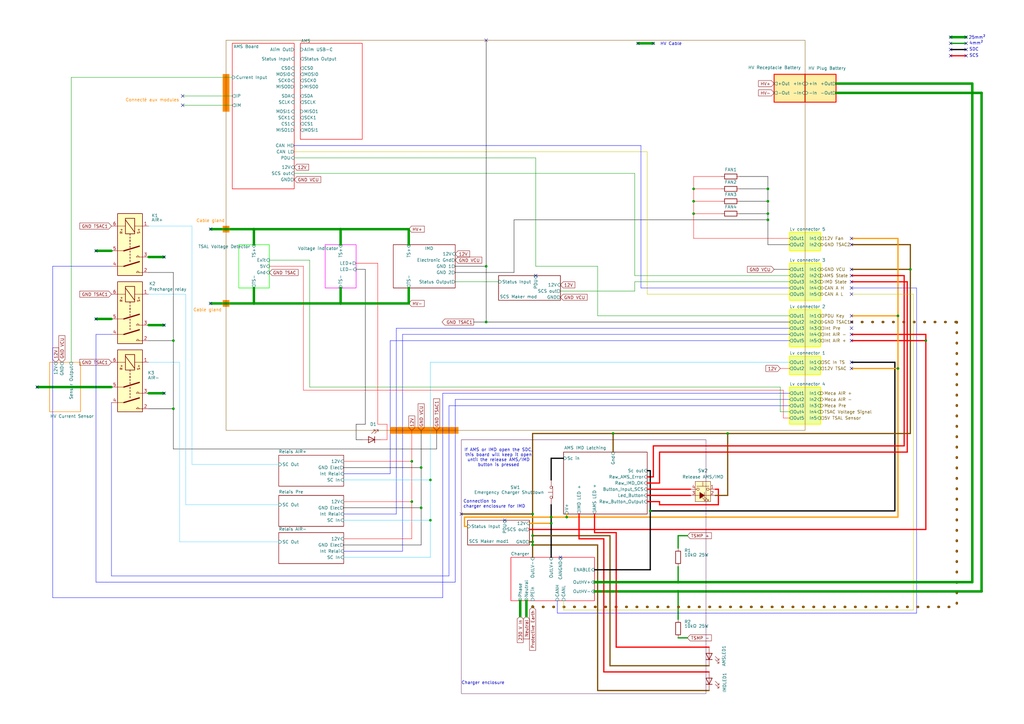
<source format=kicad_sch>
(kicad_sch (version 20231120) (generator "eeschema") (generator_version "8.0")
  (paper "A3")
  (title_block (rev "v1.1"))
  (lib_symbols
    (symbol "Device:R" (pin_numbers hide) (pin_names (offset 0))
      (property "Reference" "R" (at 2.032 0 90))
      (property "Value" "R" (at 0 0 90))
      (symbol "R_0_1"
        (rectangle (start -1.016 -2.54) (end 1.016 2.54) (stroke (width 0.254)))
      )
      (symbol "R_1_1"
        (pin passive line (at 0 3.81 270) (length 1.27) (name "~") (number "1"))
        (pin passive line (at 0 -3.81 90) (length 1.27) (name "~") (number "2"))
      )
    )
    (symbol "EPSA:LED" (pin_numbers hide) (pin_names (offset 1.016) hide)
      (property "Reference" "D" (at 0 2.54 0))
      (symbol "LED_0_1"
        (polyline (pts (xy -1.27 -1.27) (xy -1.27 1.27)) (stroke (width 0.254)))
        (polyline (pts (xy -1.27 0) (xy 1.27 0)))
        (polyline (pts (xy 1.27 -1.27) (xy 1.27 1.27) (xy -1.27 0) (xy 1.27 -1.27)) (stroke (width 0.254)))
        (polyline (pts (xy -1.27 -2.54) (xy -2.794 -4.064) (xy -2.032 -4.064) (xy -2.794 -4.064) (xy -2.794 -3.302)))
        (polyline (pts (xy 0 -2.54) (xy -1.524 -4.064) (xy -0.762 -4.064) (xy -1.524 -4.064) (xy -1.524 -3.302)))
      )
      (symbol "LED_1_1"
        (pin passive line (at -3.81 0 0) (length 2.54) (name "K") (number "1"))
        (pin passive line (at 3.81 0 180) (length 2.54) (name "A") (number "2"))
      )
    )
    (symbol "EPSA_lib:LED" (pin_numbers hide) (pin_names (offset 1.016) hide)
      (property "Reference" "D" (at 0 2.54 0))
      (symbol "LED_0_1"
        (polyline (pts (xy -1.27 -1.27) (xy -1.27 1.27)) (stroke (width 0.254)))
        (polyline (pts (xy -1.27 0) (xy 1.27 0)))
        (polyline (pts (xy 1.27 -1.27) (xy 1.27 1.27) (xy -1.27 0) (xy 1.27 -1.27)) (stroke (width 0.254)))
        (polyline (pts (xy -1.27 -2.54) (xy -2.794 -4.064) (xy -2.032 -4.064) (xy -2.794 -4.064) (xy -2.794 -3.302)))
        (polyline (pts (xy 0 -2.54) (xy -1.524 -4.064) (xy -0.762 -4.064) (xy -1.524 -4.064) (xy -1.524 -3.302)))
      )
      (symbol "LED_1_1"
        (pin passive line (at -3.81 0 0) (length 2.54) (name "K") (number "1"))
        (pin passive line (at 3.81 0 180) (length 2.54) (name "A") (number "2"))
      )
    )
    (symbol "EPSA_lib:RELAYS"
      (property "Reference" "K" (at -13.97 -11.43 0))
      (property "Value" "RELAYS" (at -13.97 -13.97 0))
      (symbol "RELAYS_1_1"
        (rectangle (start -10.16 5.08) (end 15.24 -5.08) (stroke (width 0.254)) (fill (type background)))
        (rectangle (start -8.255 1.905) (end -1.905 -1.905) (stroke (width 0.254)))
        (polyline (pts (xy -7.62 -1.905) (xy -2.54 1.905)) (stroke (width 0.254)))
        (polyline (pts (xy -5.08 -5.08) (xy -5.08 -1.905)))
        (polyline (pts (xy -5.08 5.08) (xy -5.08 1.905)))
        (polyline (pts (xy -1.905 0) (xy -1.27 0)) (stroke (width 0.254)))
        (polyline (pts (xy -0.635 0) (xy 0 0)) (stroke (width 0.254)))
        (polyline (pts (xy 0.635 0) (xy 1.27 0)) (stroke (width 0.254)))
        (polyline (pts (xy 0.635 0) (xy 1.27 0)) (stroke (width 0.254)))
        (polyline (pts (xy 1.905 0) (xy 2.54 0)) (stroke (width 0.254)))
        (polyline (pts (xy 3.175 0) (xy 3.81 0)) (stroke (width 0.254)))
        (polyline (pts (xy 5.08 -2.54) (xy 3.175 3.81)) (stroke (width 0.508)))
        (polyline (pts (xy 5.08 -2.54) (xy 5.08 -5.08)))
        (polyline (pts (xy 5.08 0) (xy 5.715 0)) (stroke (width 0.254)))
        (polyline (pts (xy 6.35 0) (xy 6.985 0)) (stroke (width 0.254)))
        (polyline (pts (xy 7.62 0) (xy 8.255 0)) (stroke (width 0.254)))
        (polyline (pts (xy 7.62 3.81) (xy 7.62 5.08)))
        (polyline (pts (xy 8.89 0) (xy 9.525 0)) (stroke (width 0.254)))
        (polyline (pts (xy 11.43 -2.54) (xy 9.525 3.81)) (stroke (width 0.508)))
        (polyline (pts (xy 11.43 -2.54) (xy 11.43 -5.08)))
        (polyline (pts (xy 13.97 3.81) (xy 13.97 5.08)))
        (polyline (pts (xy 7.62 3.81) (xy 7.62 2.54) (xy 6.985 3.175) (xy 7.62 3.81)))
        (polyline (pts (xy 13.97 3.81) (xy 13.97 2.54) (xy 13.335 3.175) (xy 13.97 3.81)))
        (text "R+" (at -3.048 -3.556 0) (effects (font (size 1.016 1.016))))
        (text "S+" (at -3.048 3.556 0) (effects (font (size 1.016 1.016))))
        (pin passive line (at -5.08 7.62 270) (length 2.54) (name "~") (number "1"))
        (pin passive line (at 13.97 7.62 270) (length 2.54) (name "~") (number "2"))
        (pin passive line (at 7.62 7.62 270) (length 2.54) (name "~") (number "3"))
        (pin passive line (at 11.43 -7.62 90) (length 2.54) (name "~") (number "4"))
        (pin passive line (at 5.08 -7.62 90) (length 2.54) (name "~") (number "5"))
        (pin passive line (at -5.08 -7.62 90) (length 2.54) (name "~") (number "6"))
      )
    )
    (symbol "Switch:SW_MEC_5G_LED" (pin_names (offset 1.016) hide)
      (property "Reference" "SW" (at 0 7.62 0))
      (property "Value" "SW_MEC_5G_LED" (at 0 -3.81 0))
      (symbol "SW_MEC_5G_LED_0_0"
        (polyline (pts (xy -2.54 0) (xy 2.54 0)))
        (polyline (pts (xy -2.286 -2.159) (xy -1.016 -0.889)))
        (polyline (pts (xy -1.016 -2.159) (xy 0.254 -0.889)))
        (polyline (pts (xy -0.635 1.27) (xy -0.635 -1.27)))
        (polyline (pts (xy -2.286 -1.524) (xy -2.286 -2.159) (xy -1.651 -2.159)))
        (polyline (pts (xy -1.016 -1.524) (xy -1.016 -2.159) (xy -0.381 -2.159)))
        (polyline (pts (xy -0.635 0) (xy 1.27 1.27) (xy 1.27 -1.27) (xy -0.635 0)) (fill (type outline)))
      )
      (symbol "SW_MEC_5G_LED_0_1"
        (circle (center -2.032 2.54) (radius 0.508))
        (polyline (pts (xy 0 3.81) (xy 0 5.588)))
        (polyline (pts (xy 2.54 3.81) (xy -2.54 3.81)))
        (circle (center 2.032 2.54) (radius 0.508))
        (pin passive line (at -5.08 2.54 0) (length 2.54) (name "1") (number "1"))
        (pin passive line (at -5.08 0 0) (length 2.54) (name "2") (number "2"))
        (pin passive line (at 5.08 0 180) (length 2.54) (name "K") (number "3"))
        (pin passive line (at 5.08 2.54 180) (length 2.54) (name "A") (number "4"))
      )
      (symbol "SW_MEC_5G_LED_1_1"
        (rectangle (start -3.175 5.715) (end 3.175 -2.54) (fill (type background)))
      )
    )
    (symbol "Switch:SW_Push_Open" (pin_numbers hide) (pin_names (offset 1.016) hide)
      (property "Reference" "SW" (at 0 2.54 0))
      (property "Value" "SW_Push_Open" (at 0 -1.905 0))
      (symbol "SW_Push_Open_0_1"
        (circle (center -2.032 0) (radius 0.508))
        (polyline (pts (xy -2.54 -0.635) (xy 2.54 -0.635)))
        (polyline (pts (xy 0 -0.635) (xy 0 1.27)))
        (circle (center 2.032 0) (radius 0.508))
        (pin passive line (at -5.08 0 0) (length 2.54) (name "A") (number "1"))
      )
      (symbol "SW_Push_Open_1_1"
        (pin passive line (at 5.08 0 180) (length 2.54) (name "B") (number "2"))
      )
    )
  )
  (junction (at 284.48 77.47))
  (junction (at 368.3 151.13))
  (junction (at 168.91 205.74))
  (junction (at 368.3 129.54))
  (junction (at 218.44 223.52))
  (junction (at 278.13 238.76))
  (junction (at 278.13 242.57))
  (junction (at 176.53 213.36))
  (junction (at 218.44 219.71))
  (junction (at 199.39 132.08))
  (junction (at 104.14 124.46))
  (junction (at 71.12 139.7))
  (junction (at 199.39 109.22))
  (junction (at 232.41 212.09))
  (junction (at 172.72 191.77))
  (junction (at 314.96 90.17))
  (junction (at 226.06 212.09))
  (junction (at 226.06 214.63))
  (junction (at 176.53 196.85))
  (junction (at 266.7 209.55))
  (junction (at 373.38 110.49))
  (junction (at 172.72 208.28))
  (junction (at 298.45 177.8))
  (junction (at 104.14 93.98))
  (junction (at 314.96 87.63))
  (junction (at 314.96 77.47))
  (junction (at 284.48 82.55))
  (junction (at 218.44 222.25))
  (junction (at 284.48 87.63))
  (junction (at 168.91 189.23))
  (junction (at 218.44 210.82))
  (junction (at 379.73 139.7))
  (junction (at 139.7 93.98))
  (junction (at 251.46 177.8))
  (junction (at 139.7 124.46))
  (junction (at 71.12 167.64))
  (junction (at 314.96 82.55))
  (no_connect (at 349.25 110.49))
  (no_connect (at 349.25 97.79))
  (no_connect (at 67.31 161.29))
  (no_connect (at 396.24 17.78))
  (no_connect (at 396.24 20.32))
  (no_connect (at 349.25 100.33))
  (no_connect (at 39.37 130.81))
  (no_connect (at 67.31 105.41))
  (no_connect (at 396.24 22.86))
  (no_connect (at 349.25 134.62))
  (no_connect (at 349.25 151.13))
  (no_connect (at 349.25 120.65))
  (no_connect (at 261.62 17.78))
  (no_connect (at 349.25 118.11))
  (no_connect (at 349.25 113.03))
  (no_connect (at 39.37 102.87))
  (no_connect (at 207.01 213.36))
  (no_connect (at 199.39 16.51))
  (no_connect (at 389.89 20.32))
  (no_connect (at 389.89 22.86))
  (no_connect (at 67.31 133.35))
  (no_connect (at 15.24 158.75))
  (no_connect (at 74.93 43.18))
  (no_connect (at 86.36 124.46))
  (no_connect (at 349.25 115.57))
  (no_connect (at 74.93 39.37))
  (no_connect (at 349.25 132.08))
  (no_connect (at 349.25 139.7))
  (no_connect (at 267.97 17.78))
  (no_connect (at 349.25 137.16))
  (no_connect (at 389.89 15.24))
  (no_connect (at 396.24 15.24))
  (no_connect (at 219.71 113.03))
  (no_connect (at 389.89 17.78))
  (no_connect (at 189.23 210.82))
  (no_connect (at 349.25 129.54))
  (no_connect (at 86.36 93.98))
  (no_connect (at 349.25 148.59))
  (no_connect (at 229.87 228.6))
  (wire (pts (xy 270.51 185.42) (xy 372.11 185.42)) (stroke (width 0.508) (color 255 0 0 1)))
  (wire (pts (xy 154.94 173.99) (xy 158.75 173.99)) (stroke (width 0) (color 253 0 0 1)))
  (wire (pts (xy 217.17 222.25) (xy 218.44 222.25)) (stroke (width 0.5) (color 128 77 0 1)))
  (wire (pts (xy 45.72 165.1) (xy 45.72 236.22)) (stroke (width 0) (color 0 0 255 1)))
  (wire (pts (xy 342.9 34.29) (xy 398.78 34.29)) (stroke (width 1.016)))
  (wire (pts (xy 219.71 64.77) (xy 219.71 109.22)))
  (wire (pts (xy 186.69 163.83) (xy 186.69 238.76)) (stroke (width 0) (color 0 0 255 1)))
  (wire (pts (xy 389.89 17.78) (xy 396.24 17.78)) (stroke (width 0.508)))
  (wire (pts (xy 323.85 129.54) (xy 245.11 129.54)))
  (wire (pts (xy 168.91 176.53) (xy 168.91 189.23)) (stroke (width 0) (color 255 0 0 1)))
  (wire (pts (xy 218.44 219.71) (xy 218.44 222.25)) (stroke (width 0.5) (color 128 77 0 1)))
  (wire (pts (xy 168.91 220.98) (xy 140.97 220.98)) (stroke (width 0) (color 255 0 0 1)))
  (wire (pts (xy 375.92 251.46) (xy 375.92 118.11)) (stroke (width 0) (color 0 0 255 1)))
  (wire (pts (xy 368.3 129.54) (xy 368.3 151.13)) (stroke (width 0.5) (color 255 153 0 1)))
  (wire (pts (xy 247.65 220.98) (xy 247.65 275.59)) (stroke (width 0.508) (color 255 0 0 1)))
  (wire (pts (xy 189.23 210.82) (xy 218.44 210.82)) (stroke (width 0.5) (color 128 77 0 1)))
  (wire (pts (xy 349.25 100.33) (xy 373.38 100.33)) (stroke (width 0.5) (color 128 77 0 1)))
  (wire (pts (xy 29.21 31.75) (xy 29.21 148.59)))
  (wire (pts (xy 71.12 111.76) (xy 60.96 111.76)) (stroke (width 0) (color 0 0 0 1)))
  (wire (pts (xy 78.74 190.5) (xy 114.3 190.5)) (stroke (width 0) (color 83 209 255 1)))
  (wire (pts (xy 265.43 193.04) (xy 266.7 193.04)) (stroke (width 0.508) (color 0 0 0 1)))
  (wire (pts (xy 21.59 109.22) (xy 45.72 109.22)) (stroke (width 0) (color 0 0 255 1)))
  (wire (pts (xy 314.96 77.47) (xy 314.96 82.55)) (stroke (width 0) (color 0 0 0 1)))
  (wire (pts (xy 228.6 251.46) (xy 228.6 246.38)) (stroke (width 0) (color 0 0 255 1)))
  (wire (pts (xy 146.05 110.49) (xy 149.86 110.49)) (stroke (width 0) (color 0 0 0 1)))
  (wire (pts (xy 218.44 177.8) (xy 218.44 210.82)) (stroke (width 0.5) (color 128 77 0 1)))
  (wire (pts (xy 39.37 137.16) (xy 45.72 137.16)) (stroke (width 0) (color 0 0 255 1)))
  (wire (pts (xy 71.12 139.7) (xy 71.12 111.76)) (stroke (width 0) (color 0 0 0 1)))
  (wire (pts (xy 260.35 115.57) (xy 260.35 119.38)))
  (wire (pts (xy 349.25 132.08) (xy 392.43 132.08)) (stroke (width 1.016) (type dot) (color 128 77 0 1)))
  (wire (pts (xy 162.56 134.62) (xy 323.85 134.62)) (stroke (width 0) (color 0 0 255 1)))
  (wire (pts (xy 398.78 238.76) (xy 398.78 34.29)) (stroke (width 1.016)))
  (wire (pts (xy 284.48 82.55) (xy 295.91 82.55)) (stroke (width 0) (color 255 0 0 1)))
  (wire (pts (xy 349.25 97.79) (xy 368.3 97.79)) (stroke (width 0.5) (color 255 153 0 1)))
  (wire (pts (xy 218.44 223.52) (xy 218.44 228.6)) (stroke (width 0.5) (color 128 77 0 1)))
  (wire (pts (xy 215.9 252.73) (xy 215.9 246.38)) (stroke (width 1.016)))
  (wire (pts (xy 284.48 87.63) (xy 284.48 97.79)) (stroke (width 0) (color 255 0 0 1)))
  (wire (pts (xy 266.7 233.68) (xy 243.84 233.68)) (stroke (width 0.508) (color 0 0 0 1)))
  (wire (pts (xy 260.35 119.38) (xy 229.87 119.38)))
  (wire (pts (xy 60.96 133.35) (xy 67.31 133.35)) (stroke (width 1)))
  (wire (pts (xy 373.38 100.33) (xy 373.38 110.49)) (stroke (width 0.5) (color 128 77 0 1)))
  (wire (pts (xy 284.48 87.63) (xy 295.91 87.63)) (stroke (width 0) (color 255 0 0 1)))
  (wire (pts (xy 186.69 115.57) (xy 204.47 115.57)))
  (wire (pts (xy 267.97 182.88) (xy 370.84 182.88)) (stroke (width 0.508) (color 255 0 0 1)))
  (wire (pts (xy 176.53 196.85) (xy 140.97 196.85)) (stroke (width 0) (color 42 205 253 1)))
  (wire (pts (xy 265.43 200.66) (xy 283.21 200.66)) (stroke (width 0.508) (color 255 0 0 1)))
  (wire (pts (xy 146.05 173.99) (xy 146.05 180.34)) (stroke (width 0) (color 0 0 0 1)))
  (wire (pts (xy 265.43 198.12) (xy 270.51 198.12)) (stroke (width 0.508) (color 255 0 0 1)))
  (wire (pts (xy 29.21 31.75) (xy 95.25 31.75)))
  (wire (pts (xy 139.7 93.98) (xy 167.64 93.98)) (stroke (width 1)))
  (wire (pts (xy 317.5 110.49) (xy 323.85 110.49)) (stroke (width 0) (color 0 0 0 1)))
  (wire (pts (xy 39.37 130.81) (xy 45.72 130.81)) (stroke (width 1)))
  (wire (pts (xy 293.37 203.2) (xy 298.45 203.2)) (stroke (width 0.5) (color 128 77 0 1)))
  (wire (pts (xy 74.93 39.37) (xy 95.25 39.37)))
  (wire (pts (xy 168.91 205.74) (xy 140.97 205.74)) (stroke (width 0) (color 255 0 0 1)))
  (wire (pts (xy 60.96 161.29) (xy 67.31 161.29)) (stroke (width 1)))
  (wire (pts (xy 232.41 212.09) (xy 368.3 212.09)) (stroke (width 0.5) (color 255 153 0 1)))
  (wire (pts (xy 349.25 129.54) (xy 368.3 129.54)) (stroke (width 0.5) (color 255 153 0 1)))
  (wire (pts (xy 267.97 195.58) (xy 265.43 195.58)) (stroke (width 0.508) (color 255 0 0 1)))
  (wire (pts (xy 160.02 139.7) (xy 323.85 139.7)) (stroke (width 0) (color 0 0 255 1)))
  (wire (pts (xy 165.1 137.16) (xy 323.85 137.16)) (stroke (width 0) (color 0 0 255 1)))
  (wire (pts (xy 124.46 160.02) (xy 321.31 160.02)) (stroke (width 0) (color 253 0 0 1)))
  (wire (pts (xy 278.13 219.71) (xy 278.13 224.79)) (stroke (width 0.5)))
  (wire (pts (xy 243.84 218.44) (xy 252.73 218.44)) (stroke (width 0.508) (color 255 0 0 1)))
  (wire (pts (xy 284.48 77.47) (xy 295.91 77.47)) (stroke (width 0) (color 255 0 0 1)))
  (wire (pts (xy 349.25 120.65) (xy 374.65 120.65)) (stroke (width 0) (color 194 194 0 1)))
  (wire (pts (xy 199.39 109.22) (xy 199.39 132.08)) (stroke (width 0) (color 0 0 0 1)))
  (wire (pts (xy 146.05 180.34) (xy 148.59 180.34)) (stroke (width 0) (color 0 0 0 1)))
  (wire (pts (xy 278.13 261.62) (xy 281.94 261.62)) (stroke (width 0.5)))
  (wire (pts (xy 146.05 107.95) (xy 154.94 107.95)) (stroke (width 0) (color 253 0 0 1)))
  (wire (pts (xy 71.12 139.7) (xy 60.96 139.7)) (stroke (width 0) (color 0 0 0 1)))
  (wire (pts (xy 251.46 177.8) (xy 298.45 177.8)) (stroke (width 0.5) (color 128 77 0 1)))
  (wire (pts (xy 73.66 222.25) (xy 73.66 148.59)) (stroke (width 0) (color 83 209 255 1)))
  (wire (pts (xy 278.13 232.41) (xy 278.13 238.76)) (stroke (width 0.5)))
  (wire (pts (xy 218.44 219.71) (xy 250.19 219.71)) (stroke (width 0.5) (color 128 77 0 1)))
  (wire (pts (xy 284.48 82.55) (xy 284.48 87.63)) (stroke (width 0) (color 255 0 0 1)))
  (wire (pts (xy 104.14 93.98) (xy 139.7 93.98)) (stroke (width 1)))
  (wire (pts (xy 368.3 151.13) (xy 368.3 212.09)) (stroke (width 0.5) (color 255 153 0 1)))
  (wire (pts (xy 321.31 171.45) (xy 323.85 171.45)) (stroke (width 0) (color 253 0 0 1)))
  (wire (pts (xy 245.11 129.54) (xy 245.11 109.22)))
  (wire (pts (xy 190.5 212.09) (xy 190.5 215.9)) (stroke (width 0.5) (color 255 153 0 1)))
  (wire (pts (xy 278.13 242.57) (xy 402.59 242.57)) (stroke (width 1.016)))
  (wire (pts (xy 176.53 213.36) (xy 176.53 228.6)) (stroke (width 0) (color 42 205 253 1)))
  (wire (pts (xy 314.96 77.47) (xy 303.53 77.47)) (stroke (width 0) (color 0 0 0 1)))
  (wire (pts (xy 172.72 191.77) (xy 172.72 208.28)) (stroke (width 0) (color 0 0 0 1)))
  (wire (pts (xy 379.73 139.7) (xy 379.73 137.16)) (stroke (width 0.508) (color 255 0 0 1)))
  (wire (pts (xy 176.53 213.36) (xy 140.97 213.36)) (stroke (width 0) (color 42 205 253 1)))
  (wire (pts (xy 314.96 72.39) (xy 303.53 72.39)) (stroke (width 0) (color 0 0 0 1)))
  (wire (pts (xy 262.89 118.11) (xy 323.85 118.11)) (stroke (width 0) (color 0 0 255 1)))
  (wire (pts (xy 314.96 87.63) (xy 303.53 87.63)) (stroke (width 0) (color 0 0 0 1)))
  (wire (pts (xy 210.82 111.76) (xy 210.82 90.17)) (stroke (width 0) (color 0 0 0 1)))
  (wire (pts (xy 226.06 187.96) (xy 231.14 187.96)) (stroke (width 0.508) (color 0 0 0 1)))
  (wire (pts (xy 226.06 214.63) (xy 226.06 228.6)) (stroke (width 0.5) (color 0 0 0 1)))
  (wire (pts (xy 213.36 252.73) (xy 213.36 246.38)) (stroke (width 1.016)))
  (wire (pts (xy 245.11 283.21) (xy 290.83 283.21)) (stroke (width 0.5) (color 128 77 0 1)))
  (wire (pts (xy 74.93 43.18) (xy 95.25 43.18)))
  (wire (pts (xy 76.2 207.01) (xy 114.3 207.01)) (stroke (width 0) (color 83 209 255 1)))
  (wire (pts (xy 21.59 245.11) (xy 181.61 245.11)) (stroke (width 0) (color 0 0 255 1)))
  (wire (pts (xy 165.1 226.06) (xy 140.97 226.06)) (stroke (width 0) (color 0 0 255 1)))
  (wire (pts (xy 349.25 113.03) (xy 370.84 113.03)) (stroke (width 0.508) (color 255 0 0 1)))
  (wire (pts (xy 218.44 248.92) (xy 218.44 246.38)) (stroke (width 1.016) (type dot) (color 128 77 0 1)))
  (wire (pts (xy 250.19 273.05) (xy 250.19 219.71)) (stroke (width 0.5) (color 128 77 0 1)))
  (wire (pts (xy 86.36 124.46) (xy 104.14 124.46)) (stroke (width 1)))
  (wire (pts (xy 127 106.68) (xy 127 158.75)))
  (wire (pts (xy 245.11 223.52) (xy 245.11 283.21)) (stroke (width 0.5) (color 128 77 0 1)))
  (wire (pts (xy 39.37 238.76) (xy 186.69 238.76)) (stroke (width 0) (color 0 0 255 1)))
  (wire (pts (xy 181.61 161.29) (xy 323.85 161.29)) (stroke (width 0) (color 0 0 255 1)))
  (wire (pts (xy 389.89 22.86) (xy 396.24 22.86)) (stroke (width 0.508) (color 255 0 0 1)))
  (wire (pts (xy 260.35 71.12) (xy 120.65 71.12)))
  (wire (pts (xy 243.84 210.82) (xy 243.84 218.44)) (stroke (width 0.508) (color 255 0 0 1)))
  (wire (pts (xy 226.06 212.09) (xy 226.06 214.63)) (stroke (width 0.5) (color 0 0 0 1)))
  (wire (pts (xy 139.7 118.11) (xy 139.7 124.46)) (stroke (width 1)))
  (wire (pts (xy 368.3 97.79) (xy 368.3 129.54)) (stroke (width 0.5) (color 255 153 0 1)))
  (wire (pts (xy 314.96 82.55) (xy 303.53 82.55)) (stroke (width 0) (color 0 0 0 1)))
  (wire (pts (xy 167.64 93.98) (xy 167.64 100.33)) (stroke (width 1)))
  (wire (pts (xy 270.51 185.42) (xy 270.51 198.12)) (stroke (width 0.508) (color 255 0 0 1)))
  (wire (pts (xy 314.96 72.39) (xy 314.96 77.47)) (stroke (width 0) (color 0 0 0 1)))
  (wire (pts (xy 270.51 207.01) (xy 270.51 205.74)) (stroke (width 0.508) (color 255 0 0 1)))
  (wire (pts (xy 320.04 158.75) (xy 320.04 168.91)))
  (wire (pts (xy 160.02 139.7) (xy 160.02 194.31)) (stroke (width 0) (color 0 0 255 1)))
  (wire (pts (xy 149.86 110.49) (xy 149.86 173.99)) (stroke (width 0) (color 0 0 0 1)))
  (wire (pts (xy 323.85 97.79) (xy 284.48 97.79)) (stroke (width 0) (color 255 0 0 1)))
  (wire (pts (xy 402.59 38.1) (xy 342.9 38.1)) (stroke (width 1.016)))
  (wire (pts (xy 294.64 200.66) (xy 293.37 200.66)) (stroke (width 0.508) (color 255 0 0 1)))
  (wire (pts (xy 21.59 245.11) (xy 21.59 109.22)) (stroke (width 0) (color 0 0 255 1)))
  (wire (pts (xy 199.39 16.51) (xy 199.39 109.22)) (stroke (width 0) (color 0 0 0 1)))
  (wire (pts (xy 186.69 109.22) (xy 199.39 109.22)) (stroke (width 0) (color 0 0 0 1)))
  (wire (pts (xy 162.56 210.82) (xy 140.97 210.82)) (stroke (width 0) (color 0 0 255 1)))
  (wire (pts (xy 392.43 132.08) (xy 392.43 248.92)) (stroke (width 1.016) (type dot) (color 128 77 0 1)))
  (wire (pts (xy 243.84 242.57) (xy 278.13 242.57)) (stroke (width 1.016)))
  (wire (pts (xy 172.72 176.53) (xy 172.72 191.77)) (stroke (width 0) (color 0 0 0 1)))
  (wire (pts (xy 168.91 189.23) (xy 168.91 205.74)) (stroke (width 0) (color 255 0 0 1)))
  (wire (pts (xy 265.43 62.23) (xy 120.65 62.23)) (stroke (width 0) (color 194 194 0 1)))
  (wire (pts (xy 278.13 238.76) (xy 398.78 238.76)) (stroke (width 1.016)))
  (wire (pts (xy 266.7 193.04) (xy 266.7 209.55)) (stroke (width 0.508) (color 0 0 0 1)))
  (wire (pts (xy 379.73 217.17) (xy 379.73 139.7)) (stroke (width 0.508) (color 255 0 0 1)))
  (wire (pts (xy 139.7 124.46) (xy 167.64 124.46)) (stroke (width 1)))
  (wire (pts (xy 243.84 238.76) (xy 278.13 238.76)) (stroke (width 1.016)))
  (wire (pts (xy 176.53 148.59) (xy 323.85 148.59)) (stroke (width 0) (color 42 205 253 1)))
  (wire (pts (xy 124.46 109.22) (xy 124.46 160.02)) (stroke (width 0) (color 253 0 0 1)))
  (wire (pts (xy 172.72 223.52) (xy 140.97 223.52)) (stroke (width 0) (color 0 0 0 1)))
  (wire (pts (xy 176.53 148.59) (xy 176.53 196.85)) (stroke (width 0) (color 42 205 253 1)))
  (wire (pts (xy 260.35 115.57) (xy 323.85 115.57)))
  (wire (pts (xy 237.49 220.98) (xy 247.65 220.98)) (stroke (width 0.508) (color 255 0 0 1)))
  (wire (pts (xy 39.37 238.76) (xy 39.37 137.16)) (stroke (width 0) (color 0 0 255 1)))
  (wire (pts (xy 295.91 72.39) (xy 284.48 72.39)) (stroke (width 0) (color 255 0 0 1)))
  (wire (pts (xy 104.14 118.11) (xy 104.14 124.46)) (stroke (width 1)))
  (wire (pts (xy 124.46 109.22) (xy 110.49 109.22)) (stroke (width 0) (color 253 0 0 1)))
  (wire (pts (xy 76.2 207.01) (xy 76.2 120.65)) (stroke (width 0) (color 83 209 255 1)))
  (wire (pts (xy 160.02 194.31) (xy 140.97 194.31)) (stroke (width 0) (color 0 0 255 1)))
  (wire (pts (xy 260.35 113.03) (xy 260.35 71.12)))
  (wire (pts (xy 186.69 163.83) (xy 323.85 163.83)) (stroke (width 0) (color 0 0 255 1)))
  (wire (pts (xy 314.96 100.33) (xy 323.85 100.33)) (stroke (width 0) (color 0 0 0 1)))
  (wire (pts (xy 218.44 210.82) (xy 218.44 219.71)) (stroke (width 0.5) (color 128 77 0 1)))
  (wire (pts (xy 172.72 191.77) (xy 140.97 191.77)) (stroke (width 0) (color 0 0 0 1)))
  (wire (pts (xy 228.6 251.46) (xy 375.92 251.46)) (stroke (width 0) (color 0 0 255 1)))
  (wire (pts (xy 218.44 222.25) (xy 218.44 223.52)) (stroke (width 0.5) (color 128 77 0 1)))
  (wire (pts (xy 76.2 120.65) (xy 60.96 120.65)) (stroke (width 0) (color 83 209 255 1)))
  (wire (pts (xy 60.96 105.41) (xy 67.31 105.41)) (stroke (width 1)))
  (wire (pts (xy 154.94 107.95) (xy 154.94 173.99)) (stroke (width 0) (color 253 0 0 1)))
  (wire (pts (xy 252.73 265.43) (xy 290.83 265.43)) (stroke (width 0.508) (color 255 0 0 1)))
  (wire (pts (xy 218.44 223.52) (xy 245.11 223.52)) (stroke (width 0.5) (color 128 77 0 1)))
  (wire (pts (xy 265.43 203.2) (xy 283.21 203.2)) (stroke (width 0.508) (color 255 0 0 1)))
  (wire (pts (xy 104.14 93.98) (xy 104.14 100.33)) (stroke (width 1)))
  (wire (pts (xy 231.14 250.19) (xy 374.65 250.19)) (stroke (width 0) (color 194 194 0 1)))
  (wire (pts (xy 247.65 275.59) (xy 290.83 275.59)) (stroke (width 0.508) (color 255 0 0 1)))
  (wire (pts (xy 149.86 173.99) (xy 146.05 173.99)) (stroke (width 0) (color 0 0 0 1)))
  (wire (pts (xy 140.97 228.6) (xy 176.53 228.6)) (stroke (width 0) (color 42 205 253 1)))
  (wire (pts (xy 176.53 196.85) (xy 176.53 213.36)) (stroke (width 0) (color 42 205 253 1)))
  (wire (pts (xy 71.12 167.64) (xy 71.12 139.7)) (stroke (width 0) (color 0 0 0 1)))
  (wire (pts (xy 104.14 124.46) (xy 139.7 124.46)) (stroke (width 1)))
  (wire (pts (xy 165.1 137.16) (xy 165.1 226.06)) (stroke (width 0) (color 0 0 255 1)))
  (wire (pts (xy 139.7 100.33) (xy 139.7 93.98)) (stroke (width 1)))
  (wire (pts (xy 349.25 110.49) (xy 373.38 110.49)) (stroke (width 0.5) (color 128 77 0 1)))
  (wire (pts (xy 262.89 118.11) (xy 262.89 59.69)) (stroke (width 0) (color 0 0 255 1)))
  (wire (pts (xy 218.44 248.92) (xy 392.43 248.92)) (stroke (width 1.016) (type dot) (color 128 77 0 1)))
  (wire (pts (xy 217.17 214.63) (xy 226.06 214.63)) (stroke (width 0.5) (color 255 153 0 1)))
  (wire (pts (xy 71.12 167.64) (xy 71.12 184.15)) (stroke (width 0) (color 0 0 0 1)))
  (wire (pts (xy 266.7 209.55) (xy 367.03 209.55)) (stroke (width 0.508) (color 0 0 0 1)))
  (wire (pts (xy 172.72 208.28) (xy 140.97 208.28)) (stroke (width 0) (color 0 0 0 1)))
  (wire (pts (xy 86.36 93.98) (xy 104.14 93.98)) (stroke (width 1)))
  (wire (pts (xy 232.41 210.82) (xy 232.41 212.09)) (stroke (width 0.5) (color 255 153 0 1)))
  (wire (pts (xy 232.41 212.09) (xy 226.06 212.09)) (stroke (width 0.5) (color 255 153 0 1)))
  (wire (pts (xy 349.25 118.11) (xy 375.92 118.11)) (stroke (width 0) (color 0 0 255 1)))
  (wire (pts (xy 278.13 242.57) (xy 278.13 254)) (stroke (width 0.5)))
  (wire (pts (xy 167.64 124.46) (xy 167.64 118.11)) (stroke (width 1)))
  (wire (pts (xy 370.84 182.88) (xy 370.84 113.03)) (stroke (width 0.508) (color 255 0 0 1)))
  (wire (pts (xy 373.38 177.8) (xy 373.38 110.49)) (stroke (width 0.5) (color 128 77 0 1)))
  (wire (pts (xy 73.66 222.25) (xy 114.3 222.25)) (stroke (width 0) (color 83 209 255 1)))
  (wire (pts (xy 262.89 59.69) (xy 120.65 59.69)) (stroke (width 0) (color 0 0 255 1)))
  (wire (pts (xy 73.66 148.59) (xy 60.96 148.59)) (stroke (width 0) (color 83 209 255 1)))
  (wire (pts (xy 367.03 209.55) (xy 367.03 148.59)) (stroke (width 0.508) (color 0 0 0 1)))
  (wire (pts (xy 372.11 185.42) (xy 372.11 115.57)) (stroke (width 0.508) (color 255 0 0 1)))
  (wire (pts (xy 265.43 120.65) (xy 323.85 120.65)) (stroke (width 0) (color 194 194 0 1)))
  (wire (pts (xy 110.49 106.68) (xy 127 106.68)))
  (wire (pts (xy 184.15 166.37) (xy 323.85 166.37)) (stroke (width 0) (color 0 0 255 1)))
  (wire (pts (xy 251.46 177.8) (xy 251.46 185.42)) (stroke (width 0.5) (color 128 77 0 1)))
  (wire (pts (xy 284.48 72.39) (xy 284.48 77.47)) (stroke (width 0) (color 255 0 0 1)))
  (wire (pts (xy 374.65 250.19) (xy 374.65 120.65)) (stroke (width 0) (color 194 194 0 1)))
  (wire (pts (xy 265.43 120.65) (xy 265.43 62.23)) (stroke (width 0) (color 194 194 0 1)))
  (wire (pts (xy 237.49 220.98) (xy 237.49 210.82)) (stroke (width 0.508) (color 255 0 0 1)))
  (wire (pts (xy 266.7 209.55) (xy 266.7 233.68)) (stroke (width 0.508) (color 0 0 0 1)))
  (wire (pts (xy 251.46 177.8) (xy 218.44 177.8)) (stroke (width 0.5) (color 128 77 0 1)))
  (wire (pts (xy 172.72 208.28) (xy 172.72 223.52)) (stroke (width 0) (color 0 0 0 1)))
  (wire (pts (xy 294.64 207.01) (xy 270.51 207.01)) (stroke (width 0.508) (color 255 0 0 1)))
  (wire (pts (xy 231.14 250.19) (xy 231.14 246.38)) (stroke (width 0) (color 194 194 0 1)))
  (wire (pts (xy 226.06 207.01) (xy 226.06 212.09)) (stroke (width 0.508) (color 0 0 0 1)))
  (wire (pts (xy 349.25 137.16) (xy 379.73 137.16)) (stroke (width 0.508) (color 255 0 0 1)))
  (wire (pts (xy 168.91 205.74) (xy 168.91 220.98)) (stroke (width 0) (color 255 0 0 1)))
  (wire (pts (xy 267.97 182.88) (xy 267.97 195.58)) (stroke (width 0.508) (color 255 0 0 1)))
  (wire (pts (xy 78.74 190.5) (xy 78.74 92.71)) (stroke (width 0) (color 83 209 255 1)))
  (wire (pts (xy 298.45 177.8) (xy 373.38 177.8)) (stroke (width 0.5) (color 128 77 0 1)))
  (wire (pts (xy 158.75 173.99) (xy 158.75 180.34)) (stroke (width 0) (color 253 0 0 1)))
  (wire (pts (xy 321.31 160.02) (xy 321.31 171.45)) (stroke (width 0) (color 253 0 0 1)))
  (wire (pts (xy 39.37 102.87) (xy 45.72 102.87)) (stroke (width 1)))
  (wire (pts (xy 194.31 132.08) (xy 199.39 132.08)) (stroke (width 0) (color 0 0 0 1)))
  (wire (pts (xy 168.91 189.23) (xy 140.97 189.23)) (stroke (width 0) (color 255 0 0 1)))
  (wire (pts (xy 245.11 109.22) (xy 219.71 109.22)))
  (wire (pts (xy 349.25 151.13) (xy 368.3 151.13)) (stroke (width 0.5) (color 255 153 0 1)))
  (wire (pts (xy 78.74 92.71) (xy 60.96 92.71)) (stroke (width 0) (color 83 209 255 1)))
  (wire (pts (xy 226.06 187.96) (xy 226.06 196.85)) (stroke (width 0.508) (color 0 0 0 1)))
  (wire (pts (xy 217.17 217.17) (xy 379.73 217.17)) (stroke (width 0.508) (color 255 0 0 1)))
  (wire (pts (xy 158.75 180.34) (xy 156.21 180.34)) (stroke (width 0) (color 253 0 0 1)))
  (wire (pts (xy 199.39 132.08) (xy 323.85 132.08)) (stroke (width 0) (color 0 0 0 1)))
  (wire (pts (xy 250.19 273.05) (xy 290.83 273.05)) (stroke (width 0.5) (color 128 77 0 1)))
  (wire (pts (xy 278.13 219.71) (xy 281.94 219.71)) (stroke (width 0.5)))
  (wire (pts (xy 260.35 113.03) (xy 323.85 113.03)))
  (wire (pts (xy 314.96 82.55) (xy 314.96 87.63)) (stroke (width 0) (color 0 0 0 1)))
  (wire (pts (xy 320.04 151.13) (xy 323.85 151.13)) (stroke (width 0) (color 253 0 0 1)))
  (wire (pts (xy 349.25 115.57) (xy 372.11 115.57)) (stroke (width 0.508) (color 255 0 0 1)))
  (wire (pts (xy 294.64 200.66) (xy 294.64 207.01)) (stroke (width 0.508) (color 255 0 0 1)))
  (wire (pts (xy 314.96 90.17) (xy 314.96 87.63)) (stroke (width 0) (color 0 0 0 1)))
  (wire (pts (xy 45.72 236.22) (xy 184.15 236.22)) (stroke (width 0) (color 0 0 255 1)))
  (wire (pts (xy 186.69 111.76) (xy 210.82 111.76)) (stroke (width 0) (color 0 0 0 1)))
  (wire (pts (xy 162.56 134.62) (xy 162.56 210.82)) (stroke (width 0) (color 0 0 255 1)))
  (wire (pts (xy 261.62 17.78) (xy 267.97 17.78)) (stroke (width 1)))
  (wire (pts (xy 389.89 15.24) (xy 396.24 15.24)) (stroke (width 1.016)))
  (wire (pts (xy 402.59 242.57) (xy 402.59 38.1)) (stroke (width 1.016)))
  (wire (pts (xy 190.5 212.09) (xy 226.06 212.09)) (stroke (width 0.5) (color 255 153 0 1)))
  (wire (pts (xy 184.15 236.22) (xy 184.15 166.37)) (stroke (width 0) (color 0 0 255 1)))
  (wire (pts (xy 190.5 215.9) (xy 191.77 215.9)) (stroke (width 0.5) (color 255 153 0 1)))
  (wire (pts (xy 210.82 90.17) (xy 314.96 90.17)) (stroke (width 0) (color 0 0 0 1)))
  (wire (pts (xy 252.73 218.44) (xy 252.73 265.43)) (stroke (width 0.508) (color 255 0 0 1)))
  (wire (pts (xy 270.51 205.74) (xy 265.43 205.74)) (stroke (width 0.508) (color 255 0 0 1)))
  (wire (pts (xy 349.25 148.59) (xy 367.03 148.59)) (stroke (width 0.508) (color 0 0 0 1)))
  (wire (pts (xy 127 158.75) (xy 320.04 158.75)))
  (wire (pts (xy 15.24 158.75) (xy 45.72 158.75)) (stroke (width 1)))
  (wire (pts (xy 320.04 168.91) (xy 323.85 168.91)))
  (wire (pts (xy 181.61 161.29) (xy 181.61 245.11)) (stroke (width 0) (color 0 0 255 1)))
  (wire (pts (xy 179.07 184.15) (xy 179.07 176.53)) (stroke (width 0) (color 0 0 0 1)))
  (wire (pts (xy 219.71 64.77) (xy 120.65 64.77)))
  (wire (pts (xy 389.89 20.32) (xy 396.24 20.32)) (stroke (width 0.508) (color 0 0 0 1)))
  (wire (pts (xy 71.12 184.15) (xy 179.07 184.15)) (stroke (width 0) (color 0 0 0 1)))
  (wire (pts (xy 60.96 167.64) (xy 71.12 167.64)) (stroke (width 0) (color 0 0 0 1)))
  (wire (pts (xy 284.48 77.47) (xy 284.48 82.55)) (stroke (width 0) (color 255 0 0 1)))
  (wire (pts (xy 349.25 139.7) (xy 379.73 139.7)) (stroke (width 0.508) (color 255 0 0 1)))
  (wire (pts (xy 298.45 177.8) (xy 298.45 203.2)) (stroke (width 0.5) (color 128 77 0 1)))
  (wire (pts (xy 314.96 90.17) (xy 314.96 100.33)) (stroke (width 0) (color 0 0 0 1)))
  (rectangle (start 91.44 123.19) (end 93.98 125.73) (stroke (width 0) (color 255 124 0 1)) (fill (type color) (color 255 134 0 1)))
  (rectangle (start 160.02 175.26) (end 187.96 177.8) (stroke (width 0) (color 255 124 0 1)) (fill (type color) (color 255 134 0 1)))
  (rectangle (start 91.44 30.48) (end 93.98 45.72) (stroke (width 0) (color 255 124 0 1)) (fill (type color) (color 255 134 0 1)))
  (rectangle (start 91.44 92.71) (end 93.98 95.25) (stroke (width 0) (color 255 124 0 1)) (fill (type color) (color 255 134 0 1)))
  (rectangle (start 92.71 16.51) (end 330.2 176.53) (stroke (width 0) (color 128 80 0 1)))
  (rectangle (start 189.23 180.34) (end 289.56 284.48) (stroke (width 0.127) (color 72 0 72 1)))
  (text "25mm²\n\n" (at 397.256 18.288 0) (effects (font (size 1.27 1.27)) (justify left bottom)))
  (text "Charger enclosure" (at 198.12 280.162 0) (effects (font (size 1.27 1.27))))
  (text "Connection to \ncharger enclosure for IMD\n" (at 189.992 206.756 0) (effects (font (size 1.27 1.27)) (justify left)))
  (text "Cable gland" (at 86.36 90.678 0) (effects (font (size 1.27 1.27))))
  (text "HV Cable" (at 270.764 18.796 0) (effects (font (size 1.27 1.27)) (justify left bottom)))
  (text "If AMS or IMD open the SDC,\nthis board will keep it open\nuntil the release AMS/IMD\nbutton is pressed" (at 204.47 187.706 0) (effects (font (size 1.27 1.27))))
  (text "Cable gland" (at 85.09 127.254 0) (effects (font (size 1.27 1.27))))
  (text "Connecté aux modules" (at 62.484 41.148 0) (effects (font (size 1.27 1.27))))
  (text "SCS" (at 397.51 23.622 0) (effects (font (size 1.27 1.27)) (justify left bottom)))
  (text "SDC" (at 397.51 21.082 0) (effects (font (size 1.27 1.27)) (justify left bottom)))
  (text "4mm²" (at 397.51 18.542 0) (effects (font (size 1.27 1.27)) (justify left bottom)))
  (global_label "12V" (shape input) (at 120.65 68.58 0) (property "Intersheetrefs" "${INTERSHEET_REFS}" (effects (hide yes))))
  (global_label "GND TSAC1" (shape input) (at 45.72 120.65 180) (property "Intersheetrefs" "${INTERSHEET_REFS}" (effects (hide yes))))
  (global_label "12V" (shape input) (at 22.86 148.59 90) (property "Intersheetrefs" "${INTERSHEET_REFS}" (effects (hide yes))))
  (global_label "Neutral" (shape input) (at 215.9 252.73 270) (property "Intersheetrefs" "${INTERSHEET_REFS}" (effects (hide yes))))
  (global_label "HV-" (shape input) (at 317.5 38.1 180) (property "Intersheetrefs" "${INTERSHEET_REFS}" (effects (hide yes))))
  (global_label "12V" (shape input) (at 320.04 151.13 180) (property "Intersheetrefs" "${INTERSHEET_REFS}" (effects (hide yes))))
  (global_label "GND VCU" (shape input) (at 25.4 148.59 90) (property "Intersheetrefs" "${INTERSHEET_REFS}" (effects (hide yes))))
  (global_label "12V" (shape input) (at 168.91 176.53 90) (property "Intersheetrefs" "${INTERSHEET_REFS}" (effects (hide yes))))
  (global_label "HV+" (shape input) (at 317.5 34.29 180) (property "Intersheetrefs" "${INTERSHEET_REFS}" (effects (hide yes))))
  (global_label "GND VCU" (shape input) (at 172.72 176.53 90) (property "Intersheetrefs" "${INTERSHEET_REFS}" (effects (hide yes))))
  (global_label "HV-" (shape input) (at 167.64 124.46 0) (property "Intersheetrefs" "${INTERSHEET_REFS}" (effects (hide yes))))
  (global_label "TSMP -" (shape input) (at 281.94 261.62 0) (property "Intersheetrefs" "${INTERSHEET_REFS}" (effects (hide yes))))
  (global_label "GND TSAC" (shape input) (at 110.49 111.76 0) (property "Intersheetrefs" "${INTERSHEET_REFS}" (effects (hide yes))))
  (global_label "GND VCU" (shape input) (at 317.5 110.49 180) (property "Intersheetrefs" "${INTERSHEET_REFS}" (effects (hide yes))))
  (global_label "GND VCU" (shape input) (at 120.65 73.66 0) (property "Intersheetrefs" "${INTERSHEET_REFS}" (effects (hide yes))))
  (global_label "230 V In" (shape input) (at 213.36 252.73 270) (property "Intersheetrefs" "${INTERSHEET_REFS}" (effects (hide yes))))
  (global_label "GND TSAC1" (shape input) (at 45.72 92.71 180) (property "Intersheetrefs" "${INTERSHEET_REFS}" (effects (hide yes))))
  (global_label "HV+" (shape input) (at 167.64 93.98 0) (property "Intersheetrefs" "${INTERSHEET_REFS}" (effects (hide yes))))
  (global_label "GND TSAC1" (shape output) (at 194.31 132.08 180) (property "Intersheetrefs" "${INTERSHEET_REFS}" (effects (hide yes))))
  (global_label "GND VCU" (shape input) (at 229.87 121.92 0) (property "Intersheetrefs" "${INTERSHEET_REFS}" (effects (hide yes))))
  (global_label "GND TSAC1" (shape input) (at 179.07 176.53 90) (property "Intersheetrefs" "${INTERSHEET_REFS}" (effects (hide yes))))
  (global_label "GND TSAC1" (shape input) (at 45.72 148.59 180) (property "Intersheetrefs" "${INTERSHEET_REFS}" (effects (hide yes))))
  (global_label "GND VCU" (shape input) (at 186.69 106.68 0) (property "Intersheetrefs" "${INTERSHEET_REFS}" (effects (hide yes))))
  (global_label "12V" (shape input) (at 229.87 116.84 0) (property "Intersheetrefs" "${INTERSHEET_REFS}" (effects (hide yes))))
  (global_label "Protective Earth" (shape input) (at 218.44 248.92 270) (property "Intersheetrefs" "${INTERSHEET_REFS}" (effects (hide yes))))
  (global_label "12V" (shape input) (at 186.69 104.14 0) (property "Intersheetrefs" "${INTERSHEET_REFS}" (effects (hide yes))))
  (global_label "TSMP +" (shape input) (at 281.94 219.71 0) (property "Intersheetrefs" "${INTERSHEET_REFS}" (effects (hide yes))))
  (hierarchical_label "PDU Key" (shape input) (at 336.55 129.54 0))
  (hierarchical_label "CAN A L" (shape bidirectional) (at 336.55 120.65 0))
  (hierarchical_label "Int AIR -" (shape input) (at 336.55 137.16 0))
  (hierarchical_label "Meca Pre" (shape output) (at 336.55 166.37 0))
  (hierarchical_label "CAN A H" (shape bidirectional) (at 336.55 118.11 0))
  (hierarchical_label "GND TSAC1" (shape bidirectional) (at 336.55 132.08 0))
  (hierarchical_label "Int AIR +" (shape input) (at 336.55 139.7 0))
  (hierarchical_label "GND TSAC2" (shape bidirectional) (at 336.55 100.33 0))
  (hierarchical_label "12V Fan" (shape input) (at 336.55 97.79 0))
  (hierarchical_label "AMS State" (shape output) (at 336.55 113.03 0))
  (hierarchical_label "Meca AIR -" (shape output) (at 336.55 163.83 0))
  (hierarchical_label "Int Pre" (shape input) (at 336.55 134.62 0))
  (hierarchical_label "SC In TS" (shape input) (at 336.55 148.59 0))
  (hierarchical_label "GND VCU" (shape bidirectional) (at 336.55 110.49 0))
  (hierarchical_label "TSAC Voltage Signal" (shape output) (at 336.55 168.91 0))
  (hierarchical_label "5V TSAL Sensor" (shape input) (at 336.55 171.45 0))
  (hierarchical_label "12V TSAC" (shape input) (at 336.55 151.13 0))
  (hierarchical_label "Meca AIR +" (shape output) (at 336.55 161.29 0))
  (hierarchical_label "IMD State" (shape output) (at 336.55 115.57 0))
  (symbol (lib_id "EPSA:LED") (at 290.83 269.24 90) (unit 1) (exclude_from_sim yes)
    (property "Reference" "AMSLED1" (at 296.926 264.668 0) (effects (justify right)))
    (property "Value" "LED" (effects (hide yes)))
    (property "Description" "Light emitting diode" (effects (hide yes)))
    (property "Sim.Pins" "1=1 2=2" (effects (hide yes)))
    (property "Sim.Device" "SPICE" (effects (hide yes)))
    (property "Sim.Params" "type=\"D\" model=\"LED\" lib=\"\"" (effects (hide yes)))
  )
  (symbol (lib_id "EPSA_lib:RELAYS") (at 53.34 153.67 270) (unit 1)
    (property "Reference" "K3" (at 61.976 152.908 90))
    (property "Value" "AIR-" (at 62.992 154.94 90))
    (property "Footprint" "Relay_THT:Relay_1P1T_NO_10x24x18.8mm_Panasonic_ADW11xxxxW_THT" (effects (hide yes)))
    (property "Datasheet" "https://www.panasonic-electric-works.com/pew/es/downloads/ds_dw_hl_en.pdf" (effects (hide yes)))
    (property "Description" "Relays avec bobine secondaire" (effects (hide yes)))
    (property "Current rating" "500A" (effects (hide yes)))
  )
  (symbol (lib_id "Device:R") (at 299.72 82.55 90) (unit 1)
    (property "Reference" "FAN3" (at 299.72 79.756 90))
    (property "Value" "R" (effects (hide yes)))
    (property "Description" "Resistor" (effects (hide yes)))
  )
  (symbol (lib_id "Device:R") (at 299.72 87.63 90) (unit 1)
    (property "Reference" "FAN4" (at 299.72 84.836 90))
    (property "Value" "R" (effects (hide yes)))
    (property "Description" "Resistor" (effects (hide yes)))
  )
  (symbol (lib_id "EPSA_lib:RELAYS") (at 53.34 97.79 270) (unit 1)
    (property "Reference" "K1" (at 63.5 88.392 90))
    (property "Value" "AIR+" (at 64.516 90.17 90))
    (property "Footprint" "Relay_THT:Relay_1P1T_NO_10x24x18.8mm_Panasonic_ADW11xxxxW_THT" (effects (hide yes)))
    (property "Datasheet" "https://www.panasonic-electric-works.com/pew/es/downloads/ds_dw_hl_en.pdf" (effects (hide yes)))
    (property "Description" "Relays avec bobine secondaire" (effects (hide yes)))
    (property "Current rating" "500A" (effects (hide yes)))
  )
  (symbol (lib_id "Device:R") (at 278.13 228.6 0) (unit 1)
    (property "Reference" "R1" (at 280.67 225.806 0) (effects (justify left)))
    (property "Value" "10kΩ 25W" (at 280.67 227.584 0) (effects (justify left)))
    (property "Description" "Ohmite HS25 15K J " (effects (hide yes)))
    (property "Current rating" "0.04A @ 600V" (effects (hide yes)))
  )
  (symbol (lib_id "Switch:SW_Push_Open") (at 226.06 201.93 90) (unit 1)
    (property "Reference" "SW1" (at 211.328 199.898 90))
    (property "Value" "Emergency Charger Shutdown" (at 208.788 201.93 90))
    (property "Description" "Push button switch, push-to-open, generic, two pins" (effects (hide yes)))
  )
  (symbol (lib_id "Device:R") (at 278.13 257.81 0) (unit 1)
    (property "Reference" "R2" (at 280.67 255.016 0) (effects (justify left)))
    (property "Value" "10kΩ 25W" (at 280.67 256.794 0) (effects (justify left)))
    (property "Description" "Ohmite HS25 15K J " (effects (hide yes)))
    (property "Current rating" "0.04A @ 600V" (effects (hide yes)))
  )
  (symbol (lib_id "EPSA_lib:RELAYS") (at 53.34 125.73 270) (unit 1)
    (property "Reference" "K2" (at 62.484 116.332 90))
    (property "Value" "Precharge relay" (at 68.834 118.618 90))
    (property "Footprint" "Relay_THT:Relay_1P1T_NO_10x24x18.8mm_Panasonic_ADW11xxxxW_THT" (effects (hide yes)))
    (property "Datasheet" "https://www.panasonic-electric-works.com/pew/es/downloads/ds_dw_hl_en.pdf" (effects (hide yes)))
    (property "Description" "Relays avec bobine secondaire" (effects (hide yes)))
    (property "Current rating" "50A" (effects (hide yes)))
  )
  (symbol (lib_id "Device:R") (at 299.72 72.39 90) (unit 1)
    (property "Reference" "FAN1" (at 299.72 69.596 90))
    (property "Value" "R" (effects (hide yes)))
    (property "Description" "Resistor" (effects (hide yes)))
  )
  (symbol (lib_id "EPSA:LED") (at 290.83 279.4 90) (unit 1) (exclude_from_sim yes)
    (property "Reference" "IMDLED1" (at 297.18 275.844 0) (effects (justify right)))
    (property "Value" "LED" (effects (hide yes)))
    (property "Description" "Light emitting diode" (effects (hide yes)))
    (property "Sim.Pins" "1=1 2=2" (effects (hide yes)))
    (property "Sim.Device" "SPICE" (effects (hide yes)))
    (property "Sim.Params" "type=\"D\" model=\"LED\" lib=\"\"" (effects (hide yes)))
  )
  (symbol (lib_id "Device:R") (at 299.72 77.47 90) (unit 1)
    (property "Reference" "FAN2" (at 299.72 74.676 90))
    (property "Value" "R" (effects (hide yes)))
    (property "Description" "Resistor" (effects (hide yes)))
  )
  (symbol (lib_id "EPSA_lib:LED") (at 152.4 180.34 180) (unit 1) (exclude_from_sim yes)
    (property "Reference" "D1" (at 153.0985 173.99 0))
    (property "Value" "LED" (effects (hide yes)))
    (property "Description" "Light emitting diode" (effects (hide yes)))
    (property "Sim.Pins" "1=1 2=2" (effects (hide yes)))
    (property "Sim.Device" "SPICE" (effects (hide yes)))
    (property "Sim.Params" "type=\"D\" model=\"LED\" lib=\"\"" (effects (hide yes)))
  )
  (symbol (lib_id "Switch:SW_MEC_5G_LED") (at 288.29 203.2 0) (mirror y) (unit 1)
    (property "Reference" "SW2" (at 288.29 193.04 0))
    (property "Value" "Release AMS/IMD" (at 288.29 195.58 0))
    (property "Datasheet" "http://www.apem.com/int/index.php?controller=attachment&id_attachment=488" (effects (hide yes)))
    (property "Description" "MEC 5G single pole normally-open illuminated tactile switch" (effects (hide yes)))
  )
  (sheet (at 114.3 203.2) (size 26.67 12.7) (stroke (width 0.1524))
    (property "Sheetname" "Relais Pre" (at 114.3 202.4884 0) (effects (justify left bottom)))
    (property "Sheetfile" "Relais VCU.kicad_sch" (effects (hide yes)))
    (pin "12V" input (at 140.97 205.74 0))
    (pin "GND Elec" output (at 140.97 208.28 0))
    (pin "SC In" input (at 140.97 213.36 0))
    (pin "Int Relai" input (at 140.97 210.82 0))
    (pin "SC Out" input (at 114.3 207.01 180))
  )
  (sheet (at 323.85 107.95) (size 12.7 15.24) (stroke (width 0.381) (color 249 255 1 1)) (fill (color 201 255 0 0.3500))
    (property "Sheetname" "Lv connector 3" (at 323.85 107.442 0) (effects (justify left bottom)))
    (property "Sheetfile" "LV Connector 5P.kicad_sch" (effects (hide yes)))
    (pin "In1" input (at 336.55 110.49 0))
    (pin "In2" input (at 336.55 113.03 0))
    (pin "Out1" output (at 323.85 110.49 180))
    (pin "Out2" output (at 323.85 113.03 180))
    (pin "In3" input (at 336.55 115.57 0))
    (pin "Out3" output (at 323.85 115.57 180))
    (pin "In4" input (at 336.55 118.11 0))
    (pin "Out4" output (at 323.85 118.11 180))
    (pin "In5" input (at 336.55 120.65 0))
    (pin "Out5" output (at 323.85 120.65 180))
  )
  (sheet (at 95.25 17.78) (size 25.4 59.69) (stroke (width 0.1524) (color 243 0 0 1))
    (property "Sheetname" "AMS Board" (at 95.758 19.812 0) (effects (justify left bottom)))
    (property "Sheetfile" "AMS Alim and SCS Maker.kicad_sch" (effects (hide yes)))
    (pin "12V" input (at 120.65 68.58 0))
    (pin "Status Input" input (at 120.65 24.13 0))
    (pin "SCS out" input (at 120.65 71.12 0))
    (pin "GND" output (at 120.65 73.66 0))
    (pin "Alim Out" output (at 120.65 20.32 0))
    (pin "SCLK" input (at 120.65 41.91 0))
    (pin "SDA" input (at 120.65 39.37 0))
    (pin "Current Input" input (at 95.25 31.75 180))
    (pin "IP" output (at 95.25 39.37 180))
    (pin "IM" output (at 95.25 43.18 180))
    (pin "CS0" input (at 120.65 27.94 0))
    (pin "MOSI0" input (at 120.65 30.48 0))
    (pin "SCK0" input (at 120.65 33.02 0))
    (pin "MISO0" output (at 120.65 35.56 0))
    (pin "MOSI1" input (at 120.65 45.72 0))
    (pin "SCK1" input (at 120.65 48.26 0))
    (pin "CS1" input (at 120.65 50.8 0))
    (pin "MISO1" output (at 120.65 53.34 0))
    (pin "CAN L" output (at 120.65 62.23 0))
    (pin "CAN H" output (at 120.65 59.69 0))
    (pin "PDU" input (at 120.65 64.77 0))
  )
  (sheet (at 323.85 158.75) (size 12.7 15.24) (stroke (width 0.381) (color 249 255 1 1)) (fill (color 201 255 0 0.3500))
    (property "Sheetname" "Lv connector 4" (at 323.85 158.242 0) (effects (justify left bottom)))
    (property "Sheetfile" "LV Connector 5P.kicad_sch" (effects (hide yes)))
    (pin "In1" input (at 336.55 161.29 0))
    (pin "In2" input (at 336.55 163.83 0))
    (pin "Out1" output (at 323.85 161.29 180))
    (pin "Out2" output (at 323.85 163.83 180))
    (pin "In3" input (at 336.55 166.37 0))
    (pin "Out3" output (at 323.85 166.37 180))
    (pin "In4" input (at 336.55 168.91 0))
    (pin "Out4" output (at 323.85 168.91 180))
    (pin "In5" input (at 336.55 171.45 0))
    (pin "Out5" output (at 323.85 171.45 180))
  )
  (sheet (at 133.35 100.33) (size 12.7 17.78) (stroke (width 0.1524) (color 255 24 250 1))
    (property "Sheetname" "Voltage indicator" (at 122.174 102.616 0) (effects (justify left bottom)))
    (property "Sheetfile" "Voltage indicator.kicad_sch" (effects (hide yes)))
    (property "Description" "Homemade" (effects (hide yes)))
    (property "Current rating" "0.2A" (effects (hide yes)))
    (pin "TS+" input (at 139.7 100.33 90))
    (pin "TS-" input (at 139.7 118.11 270))
    (pin "LED+" output (at 146.05 107.95 0))
    (pin "LED-" input (at 146.05 110.49 0))
  )
  (sheet (at 204.47 113.03) (size 25.4 10.16) (stroke (width 0.1524))
    (property "Sheetname" "SCS Maker mod" (at 204.978 122.428 0) (effects (justify left bottom)))
    (property "Sheetfile" "SCS Maker.kicad_sch" (effects (hide yes)))
    (pin "12V" input (at 229.87 116.84 0))
    (pin "Status Input" input (at 204.47 115.57 180))
    (pin "SCS out" output (at 229.87 119.38 0))
    (pin "GND" output (at 229.87 121.92 0))
    (pin "PDU" input (at 219.71 113.03 90))
  )
  (sheet (at 114.3 186.69) (size 26.67 12.7) (stroke (width 0.1524))
    (property "Sheetname" "Relais AIR+" (at 114.3 185.9784 0) (effects (justify left bottom)))
    (property "Sheetfile" "Relais VCU.kicad_sch" (effects (hide yes)))
    (pin "12V" input (at 140.97 189.23 0))
    (pin "GND Elec" output (at 140.97 191.77 0))
    (pin "SC In" input (at 140.97 196.85 0))
    (pin "Int Relai" input (at 140.97 194.31 0))
    (pin "SC Out" input (at 114.3 190.5 180))
  )
  (sheet (at 330.2 30.48) (size 12.7 11.43) (stroke (width 0.381) (color 255 0 4 1)) (fill (color 255 211 0 0.3500))
    (property "Sheetname" "HV Plug Battery" (at 331.47 28.702 0) (effects (justify left bottom)))
    (property "Sheetfile" "HV Connector.kicad_sch" (effects (hide yes)))
    (property "Description" "Amphenol UPCR012ALS1" (effects (hide yes)))
    (property "Current rating" "250A" (effects (hide yes)))
    (pin "+In" input (at 330.2 34.29 180))
    (pin "-In" input (at 330.2 38.1 180))
    (pin "+Out" output (at 342.9 34.29 0))
    (pin "-Out" output (at 342.9 38.1 0))
  )
  (sheet (at 209.55 228.6) (size 34.29 17.78) (stroke (width 0.1524) (color 255 0 21 1))
    (property "Sheetname" "Charger" (at 209.55 227.8884 0) (effects (justify left bottom)))
    (property "Sheetfile" "Raw Charger.kicad_sch" (effects (hide yes)))
    (pin "OutHV+" input (at 243.84 238.76 0))
    (pin "OutHV-" input (at 243.84 242.57 0))
    (pin "PEin" input (at 218.44 246.38 270))
    (pin "Neutral" input (at 215.9 246.38 270))
    (pin "OutLV+" input (at 226.06 228.6 90))
    (pin "Phase" input (at 213.36 246.38 270))
    (pin "OutLV-" input (at 218.44 228.6 90))
    (pin "CANH" input (at 228.6 246.38 270))
    (pin "CANL" input (at 231.14 246.38 270))
    (pin "CANGND" input (at 229.87 228.6 90))
    (pin "ENABLE" input (at 243.84 233.68 0))
  )
  (sheet (at 317.5 30.48) (size 12.7 11.43) (stroke (width 0.381) (color 255 0 4 1)) (fill (color 255 211 0 0.3500))
    (property "Sheetname" "HV Receptacle Battery" (at 306.832 28.448 0) (effects (justify left bottom)))
    (property "Sheetfile" "HV Connector.kicad_sch" (effects (hide yes)))
    (property "Description" "Amphenol UPCR012ALS1" (effects (hide yes)))
    (property "Current rating" "250A" (effects (hide yes)))
    (pin "+In" input (at 330.2 34.29 0))
    (pin "-In" input (at 330.2 38.1 0))
    (pin "+Out" output (at 317.5 34.29 180))
    (pin "-Out" output (at 317.5 38.1 180))
  )
  (sheet (at 231.14 185.42) (size 34.29 25.4) (stroke (width 0.1524))
    (property "Sheetname" "AMS IMD Latching" (at 231.394 184.404 0) (effects (justify left bottom)))
    (property "Sheetfile" "AMS_IMD_Reset.kicad_sch" (effects (hide yes)))
    (pin "V+" input (at 232.41 210.82 270))
    (pin "Gnd" input (at 251.46 185.42 90))
    (pin "Raw_AMS_Error" input (at 265.43 195.58 0))
    (pin "Sc in" input (at 231.14 187.96 180))
    (pin "Raw_IMD_OK" input (at 265.43 198.12 0))
    (pin "Sc out" input (at 265.43 193.04 0))
    (pin "Button_Input_SCS" input (at 265.43 200.66 0))
    (pin "Raw_Button_Output" input (at 265.43 205.74 0))
    (pin "Led_Button" input (at 265.43 203.2 0))
    (pin "IMD LED +" output (at 237.49 210.82 270))
    (pin "AMS LED +" output (at 243.84 210.82 270))
  )
  (sheet (at 191.77 213.36) (size 25.4 10.16) (stroke (width 0.1524))
    (property "Sheetname" "SCS Maker mod1" (at 192.278 222.758 0) (effects (justify left bottom)))
    (property "Sheetfile" "SCS Maker.kicad_sch" (effects (hide yes)))
    (pin "12V" input (at 217.17 214.63 0))
    (pin "Status Input" input (at 191.77 215.9 180))
    (pin "SCS out" output (at 217.17 217.17 0))
    (pin "GND" output (at 217.17 222.25 0))
    (pin "PDU" input (at 207.01 213.36 90))
  )
  (sheet (at 97.9121 100.33) (size 12.5779 17.78) (stroke (width 0.1524) (color 15 255 0 1))
    (property "Sheetname" "TSAL Voltage Detector" (at 81.28 101.854 0) (effects (justify left bottom)))
    (property "Sheetfile" "TSAL Voltage Detector.kicad_sch" (effects (hide yes)))
    (property "Description" "Homemade" (effects (hide yes)))
    (property "Current rating" "0.63A" (effects (hide yes)))
    (pin "TS+" input (at 104.14 100.33 90))
    (pin "TS-" output (at 104.14 118.11 270))
    (pin "5V" input (at 110.49 109.22 0))
    (pin "Gnd" input (at 110.49 111.76 0))
    (pin "Exit" input (at 110.49 106.68 0))
  )
  (sheet (at 323.85 146.05) (size 12.7 7.62) (stroke (width 0.381) (color 249 255 1 1)) (fill (color 201 255 0 0.3500))
    (property "Sheetname" "Lv connector 1" (at 323.85 145.542 0) (effects (justify left bottom)))
    (property "Sheetfile" "LV Connector 2P.kicad_sch" (effects (hide yes)))
    (pin "In1" input (at 336.55 148.59 0))
    (pin "In2" input (at 336.55 151.13 0))
    (pin "Out1" output (at 323.85 148.59 180))
    (pin "Out2" output (at 323.85 151.13 180))
  )
  (sheet (at 161.29 100.33) (size 25.4 17.78) (stroke (width 0.1524))
    (property "Sheetname" "IMD" (at 174.244 102.616 0) (effects (justify left bottom)))
    (property "Sheetfile" "IMD.kicad_sch" (effects (hide yes)))
    (property "Description" "Bender IR155-3203 " (effects (hide yes)))
    (property "Current rating" "2A" (effects (hide yes)))
    (pin "12V" input (at 186.69 104.14 0))
    (pin "Status Output" output (at 186.69 115.57 0))
    (pin "Electronic Gnd" output (at 186.69 106.68 0))
    (pin "GND 1" output (at 186.69 109.22 0))
    (pin "GND 2" output (at 186.69 111.76 0))
    (pin "TS+" input (at 167.64 100.33 90))
    (pin "TS-" output (at 167.64 118.11 270))
  )
  (sheet (at 114.3 218.44) (size 26.67 12.7) (stroke (width 0.1524))
    (property "Sheetname" "Relais AIR-" (at 114.3 217.7284 0) (effects (justify left bottom)))
    (property "Sheetfile" "Relais VCU.kicad_sch" (effects (hide yes)))
    (pin "12V" input (at 140.97 220.98 0))
    (pin "GND Elec" output (at 140.97 223.52 0))
    (pin "SC In" input (at 140.97 228.6 0))
    (pin "Int Relai" input (at 140.97 226.06 0))
    (pin "SC Out" input (at 114.3 222.25 180))
  )
  (sheet (at 20.32 148.59) (size 12.7 20.32) (stroke (width 0.1524) (color 255 139 0 1))
    (property "Sheetname" "HV Current Sensor" (at 20.574 171.45 0) (effects (justify left bottom)))
    (property "Sheetfile" "HV Current Sensor.kicad_sch" (effects (hide yes)))
    (pin "12V" input (at 22.86 148.59 90))
    (pin "GND" input (at 25.4 148.59 90))
    (pin "Sensor Output" input (at 29.21 148.59 90))
  )
  (sheet (at 323.85 95.25) (size 12.7 7.62) (stroke (width 0.381) (color 249 255 1 1)) (fill (color 201 255 0 0.3500))
    (property "Sheetname" "Lv connector 5" (at 323.85 94.742 0) (effects (justify left bottom)))
    (property "Sheetfile" "LV Connector 2P.kicad_sch" (effects (hide yes)))
    (pin "In1" input (at 336.55 97.79 0))
    (pin "In2" input (at 336.55 100.33 0))
    (pin "Out1" output (at 323.85 97.79 180))
    (pin "Out2" output (at 323.85 100.33 180))
  )
  (sheet (at 123.19 17.78) (size 25.4 39.37) (stroke (width 0.1524) (color 255 0 0 1))
    (property "Sheetname" "AMS" (at 123.444 17.526 0) (effects (justify left bottom)))
    (property "Sheetfile" "AMS.kicad_sch" (effects (hide yes)))
    (pin "Status Output" output (at 123.19 24.13 180))
    (pin "Alim USB-C" input (at 123.19 20.32 180))
    (pin "SDA" output (at 123.19 39.37 180))
    (pin "SCLK" output (at 123.19 41.91 180))
    (pin "MOSI0" output (at 123.19 30.48 180))
    (pin "MISO0" input (at 123.19 35.56 180))
    (pin "MOSI1" output (at 123.19 53.34 180))
    (pin "MISO1" input (at 123.19 45.72 180))
    (pin "CS0" output (at 123.19 27.94 180))
    (pin "SCK1" output (at 123.19 48.26 180))
    (pin "SCK0" output (at 123.19 33.02 180))
    (pin "CS1" output (at 123.19 50.8 180))
  )
  (sheet (at 323.85 127) (size 12.7 15.24) (stroke (width 0.381) (color 249 255 1 1)) (fill (color 201 255 0 0.3500))
    (property "Sheetname" "Lv connector 2" (at 323.85 126.492 0) (effects (justify left bottom)))
    (property "Sheetfile" "LV Connector 5P.kicad_sch" (effects (hide yes)))
    (pin "In1" input (at 336.55 129.54 0))
    (pin "In2" input (at 336.55 132.08 0))
    (pin "Out1" output (at 323.85 129.54 180))
    (pin "Out2" output (at 323.85 132.08 180))
    (pin "In3" input (at 336.55 134.62 0))
    (pin "Out3" output (at 323.85 134.62 180))
    (pin "In4" input (at 336.55 137.16 0))
    (pin "Out4" output (at 323.85 137.16 180))
    (pin "In5" input (at 336.55 139.7 0))
    (pin "Out5" output (at 323.85 139.7 180))
  )
)
</source>
